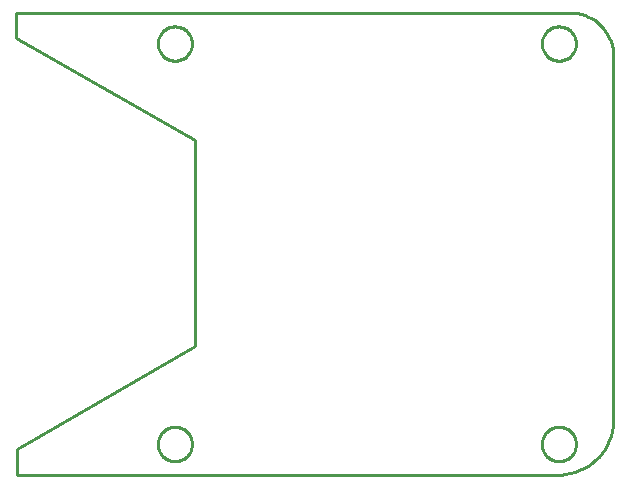
<source format=gbr>
G04 EAGLE Gerber RS-274X export*
G75*
%MOMM*%
%FSLAX34Y34*%
%LPD*%
%IN*%
%IPPOS*%
%AMOC8*
5,1,8,0,0,1.08239X$1,22.5*%
G01*
%ADD10C,0.254000*%


D10*
X-396494Y171949D02*
X-245039Y85378D01*
X-245039Y-89081D01*
X-396240Y-176561D01*
X-396240Y-198186D01*
X60002Y-198313D01*
X64100Y-198277D01*
X68179Y-197884D01*
X72209Y-197136D01*
X76158Y-196041D01*
X79996Y-194605D01*
X83695Y-192840D01*
X87226Y-190760D01*
X90562Y-188380D01*
X93678Y-185718D01*
X96550Y-182795D01*
X99157Y-179632D01*
X101478Y-176254D01*
X103496Y-172687D01*
X105195Y-168958D01*
X106562Y-165095D01*
X107588Y-161127D01*
X108264Y-157085D01*
X108585Y-152999D01*
X108585Y159265D01*
X108169Y162467D01*
X107476Y165620D01*
X106510Y168701D01*
X105280Y171686D01*
X103794Y174553D01*
X102064Y177279D01*
X100103Y179844D01*
X97926Y182228D01*
X95549Y184414D01*
X92991Y186384D01*
X90271Y188123D01*
X87410Y189619D01*
X84429Y190860D01*
X81351Y191836D01*
X78200Y192541D01*
X75000Y192968D01*
X71774Y193114D01*
X68548Y192979D01*
X-396494Y193106D01*
X-396494Y171949D01*
X-247918Y166305D02*
X-247992Y165272D01*
X-248139Y164247D01*
X-248359Y163234D01*
X-248651Y162241D01*
X-249013Y161270D01*
X-249444Y160328D01*
X-249940Y159419D01*
X-250500Y158548D01*
X-251121Y157719D01*
X-251799Y156936D01*
X-252531Y156203D01*
X-253314Y155525D01*
X-254143Y154905D01*
X-255014Y154345D01*
X-255923Y153848D01*
X-256866Y153418D01*
X-257836Y153056D01*
X-258830Y152764D01*
X-259842Y152544D01*
X-260867Y152397D01*
X-261900Y152323D01*
X-262936Y152323D01*
X-263969Y152397D01*
X-264994Y152544D01*
X-266006Y152764D01*
X-267000Y153056D01*
X-267970Y153418D01*
X-268913Y153848D01*
X-269822Y154345D01*
X-270693Y154905D01*
X-271522Y155525D01*
X-272305Y156203D01*
X-273037Y156936D01*
X-273716Y157719D01*
X-274336Y158548D01*
X-274896Y159419D01*
X-275393Y160328D01*
X-275823Y161270D01*
X-276185Y162241D01*
X-276477Y163234D01*
X-276697Y164247D01*
X-276844Y165272D01*
X-276918Y166305D01*
X-276918Y167341D01*
X-276844Y168374D01*
X-276697Y169399D01*
X-276477Y170411D01*
X-276185Y171405D01*
X-275823Y172375D01*
X-275393Y173317D01*
X-274896Y174226D01*
X-274336Y175098D01*
X-273716Y175927D01*
X-273037Y176710D01*
X-272305Y177442D01*
X-271522Y178120D01*
X-270693Y178741D01*
X-269822Y179301D01*
X-268913Y179797D01*
X-267970Y180227D01*
X-267000Y180589D01*
X-266006Y180881D01*
X-264994Y181101D01*
X-263969Y181249D01*
X-262936Y181323D01*
X-261900Y181323D01*
X-260867Y181249D01*
X-259842Y181101D01*
X-258830Y180881D01*
X-257836Y180589D01*
X-256866Y180227D01*
X-255923Y179797D01*
X-255014Y179301D01*
X-254143Y178741D01*
X-253314Y178120D01*
X-252531Y177442D01*
X-251799Y176710D01*
X-251121Y175927D01*
X-250500Y175098D01*
X-249940Y174226D01*
X-249444Y173317D01*
X-249013Y172375D01*
X-248651Y171405D01*
X-248359Y170411D01*
X-248139Y169399D01*
X-247992Y168374D01*
X-247918Y167341D01*
X-247918Y166305D01*
X-247918Y-172785D02*
X-247992Y-173818D01*
X-248139Y-174843D01*
X-248359Y-175856D01*
X-248651Y-176849D01*
X-249013Y-177820D01*
X-249444Y-178762D01*
X-249940Y-179671D01*
X-250500Y-180542D01*
X-251121Y-181371D01*
X-251799Y-182154D01*
X-252531Y-182887D01*
X-253314Y-183565D01*
X-254143Y-184186D01*
X-255014Y-184745D01*
X-255923Y-185242D01*
X-256866Y-185672D01*
X-257836Y-186034D01*
X-258830Y-186326D01*
X-259842Y-186546D01*
X-260867Y-186693D01*
X-261900Y-186767D01*
X-262936Y-186767D01*
X-263969Y-186693D01*
X-264994Y-186546D01*
X-266006Y-186326D01*
X-267000Y-186034D01*
X-267970Y-185672D01*
X-268913Y-185242D01*
X-269822Y-184745D01*
X-270693Y-184186D01*
X-271522Y-183565D01*
X-272305Y-182887D01*
X-273037Y-182154D01*
X-273716Y-181371D01*
X-274336Y-180542D01*
X-274896Y-179671D01*
X-275393Y-178762D01*
X-275823Y-177820D01*
X-276185Y-176849D01*
X-276477Y-175856D01*
X-276697Y-174843D01*
X-276844Y-173818D01*
X-276918Y-172785D01*
X-276918Y-171749D01*
X-276844Y-170716D01*
X-276697Y-169691D01*
X-276477Y-168679D01*
X-276185Y-167685D01*
X-275823Y-166715D01*
X-275393Y-165773D01*
X-274896Y-164864D01*
X-274336Y-163992D01*
X-273716Y-163163D01*
X-273037Y-162380D01*
X-272305Y-161648D01*
X-271522Y-160970D01*
X-270693Y-160349D01*
X-269822Y-159789D01*
X-268913Y-159293D01*
X-267970Y-158863D01*
X-267000Y-158501D01*
X-266006Y-158209D01*
X-264994Y-157989D01*
X-263969Y-157841D01*
X-262936Y-157767D01*
X-261900Y-157767D01*
X-260867Y-157841D01*
X-259842Y-157989D01*
X-258830Y-158209D01*
X-257836Y-158501D01*
X-256866Y-158863D01*
X-255923Y-159293D01*
X-255014Y-159789D01*
X-254143Y-160349D01*
X-253314Y-160970D01*
X-252531Y-161648D01*
X-251799Y-162380D01*
X-251121Y-163163D01*
X-250500Y-163992D01*
X-249940Y-164864D01*
X-249444Y-165773D01*
X-249013Y-166715D01*
X-248651Y-167685D01*
X-248359Y-168679D01*
X-248139Y-169691D01*
X-247992Y-170716D01*
X-247918Y-171749D01*
X-247918Y-172785D01*
X77202Y-172785D02*
X77128Y-173818D01*
X76981Y-174843D01*
X76761Y-175856D01*
X76469Y-176849D01*
X76107Y-177820D01*
X75677Y-178762D01*
X75180Y-179671D01*
X74620Y-180542D01*
X73999Y-181371D01*
X73321Y-182154D01*
X72589Y-182887D01*
X71806Y-183565D01*
X70977Y-184186D01*
X70106Y-184745D01*
X69197Y-185242D01*
X68254Y-185672D01*
X67284Y-186034D01*
X66290Y-186326D01*
X65278Y-186546D01*
X64253Y-186693D01*
X63220Y-186767D01*
X62184Y-186767D01*
X61151Y-186693D01*
X60126Y-186546D01*
X59114Y-186326D01*
X58120Y-186034D01*
X57150Y-185672D01*
X56207Y-185242D01*
X55298Y-184745D01*
X54427Y-184186D01*
X53598Y-183565D01*
X52815Y-182887D01*
X52083Y-182154D01*
X51404Y-181371D01*
X50784Y-180542D01*
X50224Y-179671D01*
X49727Y-178762D01*
X49297Y-177820D01*
X48935Y-176849D01*
X48643Y-175856D01*
X48423Y-174843D01*
X48276Y-173818D01*
X48202Y-172785D01*
X48202Y-171749D01*
X48276Y-170716D01*
X48423Y-169691D01*
X48643Y-168679D01*
X48935Y-167685D01*
X49297Y-166715D01*
X49727Y-165773D01*
X50224Y-164864D01*
X50784Y-163992D01*
X51404Y-163163D01*
X52083Y-162380D01*
X52815Y-161648D01*
X53598Y-160970D01*
X54427Y-160349D01*
X55298Y-159789D01*
X56207Y-159293D01*
X57150Y-158863D01*
X58120Y-158501D01*
X59114Y-158209D01*
X60126Y-157989D01*
X61151Y-157841D01*
X62184Y-157767D01*
X63220Y-157767D01*
X64253Y-157841D01*
X65278Y-157989D01*
X66290Y-158209D01*
X67284Y-158501D01*
X68254Y-158863D01*
X69197Y-159293D01*
X70106Y-159789D01*
X70977Y-160349D01*
X71806Y-160970D01*
X72589Y-161648D01*
X73321Y-162380D01*
X73999Y-163163D01*
X74620Y-163992D01*
X75180Y-164864D01*
X75677Y-165773D01*
X76107Y-166715D01*
X76469Y-167685D01*
X76761Y-168679D01*
X76981Y-169691D01*
X77128Y-170716D01*
X77202Y-171749D01*
X77202Y-172785D01*
X77202Y166305D02*
X77128Y165272D01*
X76981Y164247D01*
X76761Y163234D01*
X76469Y162241D01*
X76107Y161270D01*
X75677Y160328D01*
X75180Y159419D01*
X74620Y158548D01*
X73999Y157719D01*
X73321Y156936D01*
X72589Y156203D01*
X71806Y155525D01*
X70977Y154905D01*
X70106Y154345D01*
X69197Y153848D01*
X68254Y153418D01*
X67284Y153056D01*
X66290Y152764D01*
X65278Y152544D01*
X64253Y152397D01*
X63220Y152323D01*
X62184Y152323D01*
X61151Y152397D01*
X60126Y152544D01*
X59114Y152764D01*
X58120Y153056D01*
X57150Y153418D01*
X56207Y153848D01*
X55298Y154345D01*
X54427Y154905D01*
X53598Y155525D01*
X52815Y156203D01*
X52083Y156936D01*
X51404Y157719D01*
X50784Y158548D01*
X50224Y159419D01*
X49727Y160328D01*
X49297Y161270D01*
X48935Y162241D01*
X48643Y163234D01*
X48423Y164247D01*
X48276Y165272D01*
X48202Y166305D01*
X48202Y167341D01*
X48276Y168374D01*
X48423Y169399D01*
X48643Y170411D01*
X48935Y171405D01*
X49297Y172375D01*
X49727Y173317D01*
X50224Y174226D01*
X50784Y175098D01*
X51404Y175927D01*
X52083Y176710D01*
X52815Y177442D01*
X53598Y178120D01*
X54427Y178741D01*
X55298Y179301D01*
X56207Y179797D01*
X57150Y180227D01*
X58120Y180589D01*
X59114Y180881D01*
X60126Y181101D01*
X61151Y181249D01*
X62184Y181323D01*
X63220Y181323D01*
X64253Y181249D01*
X65278Y181101D01*
X66290Y180881D01*
X67284Y180589D01*
X68254Y180227D01*
X69197Y179797D01*
X70106Y179301D01*
X70977Y178741D01*
X71806Y178120D01*
X72589Y177442D01*
X73321Y176710D01*
X73999Y175927D01*
X74620Y175098D01*
X75180Y174226D01*
X75677Y173317D01*
X76107Y172375D01*
X76469Y171405D01*
X76761Y170411D01*
X76981Y169399D01*
X77128Y168374D01*
X77202Y167341D01*
X77202Y166305D01*
M02*

</source>
